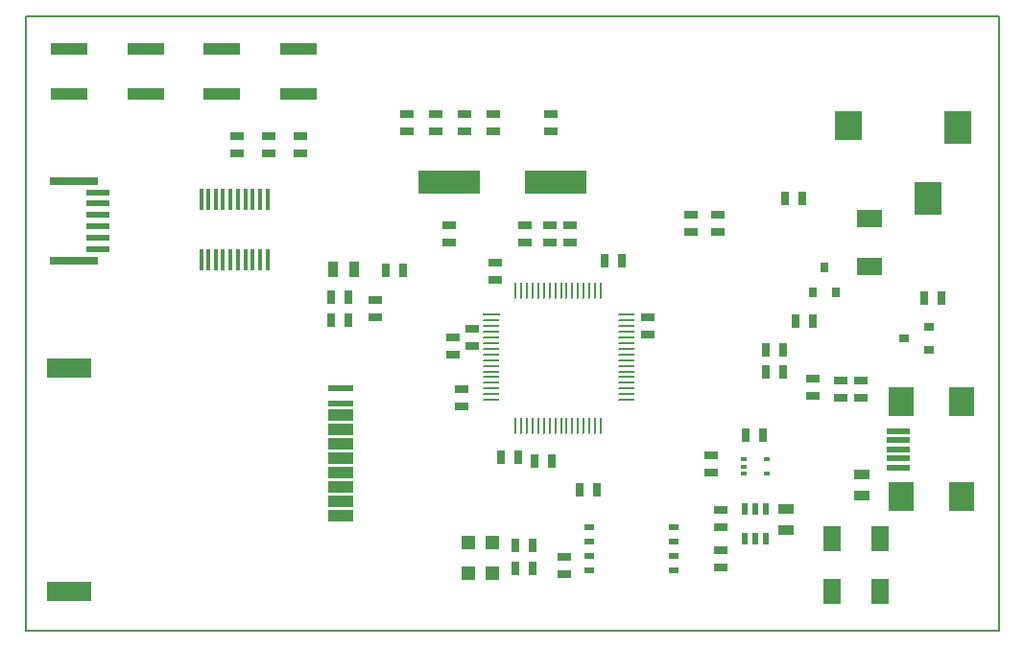
<source format=gtp>
G04 (created by PCBNEW-RS274X (2011-05-25)-stable) date Wed 16 May 2012 19:41:43 CEST*
G01*
G70*
G90*
%MOIN*%
G04 Gerber Fmt 3.4, Leading zero omitted, Abs format*
%FSLAX34Y34*%
G04 APERTURE LIST*
%ADD10C,0.006000*%
%ADD11C,0.008000*%
%ADD12R,0.025000X0.045000*%
%ADD13R,0.045000X0.025000*%
%ADD14R,0.035000X0.055000*%
%ADD15R,0.055000X0.035000*%
%ADD16R,0.060000X0.009800*%
%ADD17O,0.060000X0.009800*%
%ADD18O,0.009800X0.060000*%
%ADD19R,0.031500X0.035400*%
%ADD20R,0.035400X0.031500*%
%ADD21R,0.126000X0.039400*%
%ADD22R,0.078700X0.019700*%
%ADD23R,0.086600X0.098400*%
%ADD24R,0.090600X0.039400*%
%ADD25R,0.090600X0.019700*%
%ADD26R,0.157500X0.066900*%
%ADD27R,0.016000X0.074800*%
%ADD28R,0.020000X0.012000*%
%ADD29R,0.023600X0.043300*%
%ADD30R,0.090600X0.059800*%
%ADD31R,0.059800X0.090600*%
%ADD32R,0.037900X0.019700*%
%ADD33R,0.047200X0.047200*%
%ADD34R,0.094500X0.116100*%
%ADD35R,0.094500X0.104300*%
%ADD36R,0.216500X0.078700*%
%ADD37R,0.078700X0.023600*%
%ADD38R,0.165400X0.027600*%
G04 APERTURE END LIST*
G54D10*
G54D11*
X14450Y-56300D02*
X14450Y-34950D01*
X48250Y-56300D02*
X14450Y-56300D01*
X48250Y-34950D02*
X48250Y-56300D01*
X15250Y-34950D02*
X48250Y-34950D01*
X14450Y-34950D02*
X15250Y-34950D01*
G54D12*
X33687Y-51400D03*
X34287Y-51400D03*
X41795Y-45537D03*
X41195Y-45537D03*
X32050Y-53350D03*
X31450Y-53350D03*
X32050Y-54150D03*
X31450Y-54150D03*
X40842Y-41267D03*
X41442Y-41267D03*
X25050Y-44700D03*
X25650Y-44700D03*
X40150Y-46550D03*
X40750Y-46550D03*
X40150Y-47300D03*
X40750Y-47300D03*
G54D13*
X32700Y-38350D03*
X32700Y-38950D03*
X30700Y-38350D03*
X30700Y-38950D03*
X29700Y-38350D03*
X29700Y-38950D03*
X28700Y-38350D03*
X28700Y-38950D03*
X27700Y-38350D03*
X27700Y-38950D03*
X42750Y-48200D03*
X42750Y-47600D03*
X43450Y-48200D03*
X43450Y-47600D03*
G54D12*
X46250Y-44750D03*
X45650Y-44750D03*
X27551Y-43763D03*
X26951Y-43763D03*
G54D13*
X38600Y-52100D03*
X38600Y-52700D03*
X38600Y-54100D03*
X38600Y-53500D03*
G54D12*
X34550Y-43450D03*
X35150Y-43450D03*
X32725Y-50400D03*
X32125Y-50400D03*
G54D13*
X29150Y-42200D03*
X29150Y-42800D03*
X31800Y-42800D03*
X31800Y-42200D03*
X29600Y-47900D03*
X29600Y-48500D03*
X30750Y-44100D03*
X30750Y-43500D03*
X38500Y-42450D03*
X38500Y-41850D03*
X29300Y-46700D03*
X29300Y-46100D03*
X37550Y-42450D03*
X37550Y-41850D03*
G54D12*
X25650Y-45500D03*
X25050Y-45500D03*
G54D13*
X33350Y-42800D03*
X33350Y-42200D03*
X36050Y-46025D03*
X36050Y-45425D03*
X26600Y-45400D03*
X26600Y-44800D03*
X41800Y-48150D03*
X41800Y-47550D03*
G54D12*
X31550Y-50275D03*
X30950Y-50275D03*
G54D13*
X32647Y-42804D03*
X32647Y-42204D03*
X29950Y-46400D03*
X29950Y-45800D03*
G54D14*
X25870Y-43753D03*
X25120Y-43753D03*
G54D15*
X43500Y-50875D03*
X43500Y-51625D03*
G54D16*
X30639Y-45324D03*
G54D17*
X30639Y-45521D03*
X30639Y-45718D03*
X30639Y-45915D03*
X30639Y-46112D03*
X30639Y-46308D03*
X30639Y-46505D03*
X30639Y-46702D03*
X30639Y-46899D03*
X30639Y-47096D03*
X30639Y-47293D03*
X30639Y-47489D03*
X30639Y-47686D03*
X30639Y-47883D03*
X30639Y-48080D03*
X30639Y-48277D03*
G54D18*
X31474Y-49175D03*
X31671Y-49175D03*
X31868Y-49175D03*
X32065Y-49175D03*
X32262Y-49175D03*
X32458Y-49175D03*
X32655Y-49175D03*
X32852Y-49175D03*
X33049Y-49175D03*
X33246Y-49175D03*
X33443Y-49175D03*
X33639Y-49175D03*
X33836Y-49175D03*
X34033Y-49175D03*
X34230Y-49175D03*
X34427Y-49175D03*
G54D17*
X35325Y-48277D03*
X35325Y-48080D03*
X35325Y-47883D03*
X35325Y-47686D03*
X35325Y-47489D03*
X35325Y-47293D03*
X35325Y-47096D03*
X35325Y-46899D03*
X35325Y-46702D03*
X35325Y-46505D03*
X35325Y-46308D03*
X35325Y-46112D03*
X35325Y-45915D03*
X35325Y-45718D03*
X35325Y-45521D03*
X35325Y-45324D03*
G54D18*
X34427Y-44489D03*
X34230Y-44489D03*
X33836Y-44489D03*
X34033Y-44482D03*
X33639Y-44489D03*
X33443Y-44489D03*
X33246Y-44489D03*
X33049Y-44489D03*
X32852Y-44489D03*
X32655Y-44489D03*
X32461Y-44489D03*
X32264Y-44489D03*
X32067Y-44489D03*
X31870Y-44489D03*
X31674Y-44489D03*
X31477Y-44489D03*
G54D19*
X41806Y-44533D03*
X42594Y-44533D03*
X42200Y-43667D03*
G54D20*
X45833Y-46544D03*
X45833Y-45756D03*
X44967Y-46150D03*
G54D21*
X18639Y-36063D03*
X18639Y-37637D03*
X15961Y-37637D03*
X15961Y-36063D03*
X23939Y-36063D03*
X23939Y-37637D03*
X21261Y-37637D03*
X21261Y-36063D03*
G54D22*
X44764Y-50315D03*
X44764Y-50000D03*
X44764Y-49685D03*
X44764Y-49370D03*
X44764Y-50630D03*
G54D23*
X44863Y-51654D03*
X44863Y-48346D03*
X46949Y-51654D03*
X46949Y-48346D03*
G54D24*
X25403Y-52294D03*
X25403Y-51794D03*
X25403Y-50794D03*
X25403Y-51294D03*
X25403Y-50294D03*
X25403Y-49794D03*
X25403Y-49294D03*
X25403Y-48794D03*
G54D25*
X25403Y-48400D03*
X25403Y-47889D03*
G54D26*
X15954Y-47172D03*
X15954Y-54928D03*
G54D27*
X22850Y-41300D03*
X22600Y-41300D03*
X22340Y-41300D03*
X22080Y-41300D03*
X21830Y-41300D03*
X21570Y-41300D03*
X21310Y-41300D03*
X21060Y-41300D03*
X20800Y-41300D03*
X20550Y-41300D03*
X20550Y-43400D03*
X20800Y-43400D03*
X21060Y-43400D03*
X21310Y-43400D03*
X21570Y-43400D03*
X21830Y-43400D03*
X22080Y-43400D03*
X22340Y-43400D03*
X22600Y-43400D03*
X22850Y-43400D03*
G54D12*
X40050Y-49500D03*
X39450Y-49500D03*
G54D13*
X24000Y-39100D03*
X24000Y-39700D03*
X22900Y-39700D03*
X22900Y-39100D03*
X21800Y-39100D03*
X21800Y-39700D03*
X38250Y-50200D03*
X38250Y-50800D03*
G54D28*
X39400Y-50350D03*
X39400Y-50850D03*
X40200Y-50350D03*
X39400Y-50600D03*
X40200Y-50850D03*
G54D29*
X39426Y-53112D03*
X39800Y-53112D03*
X40174Y-53112D03*
X39426Y-52088D03*
X39800Y-52088D03*
X40174Y-52088D03*
G54D30*
X43750Y-43639D03*
X43750Y-41961D03*
G54D31*
X44139Y-53100D03*
X42461Y-53100D03*
X44139Y-54950D03*
X42461Y-54950D03*
G54D32*
X36955Y-52700D03*
X36955Y-54200D03*
X36955Y-53700D03*
X36955Y-53200D03*
X34045Y-54200D03*
X34045Y-53700D03*
X34046Y-53200D03*
X34045Y-52700D03*
G54D33*
X30663Y-53250D03*
X29837Y-53250D03*
X30663Y-54300D03*
X29837Y-54300D03*
G54D34*
X46843Y-38811D03*
X45780Y-41281D03*
G54D35*
X43024Y-38752D03*
G54D36*
X32850Y-40700D03*
X29150Y-40700D03*
G54D13*
X33178Y-53736D03*
X33178Y-54336D03*
G54D37*
X16947Y-41066D03*
X16947Y-41459D03*
X16947Y-41853D03*
X16947Y-42247D03*
X16947Y-42641D03*
X16947Y-43034D03*
G54D38*
X16120Y-40672D03*
X16120Y-43428D03*
G54D15*
X40850Y-52075D03*
X40850Y-52825D03*
M02*

</source>
